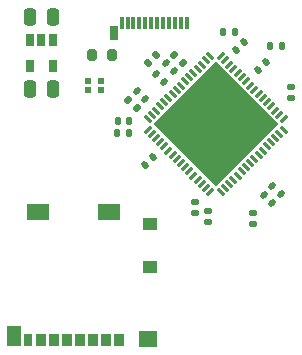
<source format=gtp>
%TF.GenerationSoftware,KiCad,Pcbnew,8.0.7-1.fc41*%
%TF.CreationDate,2025-01-19T14:43:59-06:00*%
%TF.ProjectId,Expansion_Card,45787061-6e73-4696-9f6e-5f436172642e,X1*%
%TF.SameCoordinates,Original*%
%TF.FileFunction,Paste,Top*%
%TF.FilePolarity,Positive*%
%FSLAX46Y46*%
G04 Gerber Fmt 4.6, Leading zero omitted, Abs format (unit mm)*
G04 Created by KiCad (PCBNEW 8.0.7-1.fc41) date 2025-01-19 14:43:59*
%MOMM*%
%LPD*%
G01*
G04 APERTURE LIST*
G04 Aperture macros list*
%AMRoundRect*
0 Rectangle with rounded corners*
0 $1 Rounding radius*
0 $2 $3 $4 $5 $6 $7 $8 $9 X,Y pos of 4 corners*
0 Add a 4 corners polygon primitive as box body*
4,1,4,$2,$3,$4,$5,$6,$7,$8,$9,$2,$3,0*
0 Add four circle primitives for the rounded corners*
1,1,$1+$1,$2,$3*
1,1,$1+$1,$4,$5*
1,1,$1+$1,$6,$7*
1,1,$1+$1,$8,$9*
0 Add four rect primitives between the rounded corners*
20,1,$1+$1,$2,$3,$4,$5,0*
20,1,$1+$1,$4,$5,$6,$7,0*
20,1,$1+$1,$6,$7,$8,$9,0*
20,1,$1+$1,$8,$9,$2,$3,0*%
%AMRotRect*
0 Rectangle, with rotation*
0 The origin of the aperture is its center*
0 $1 length*
0 $2 width*
0 $3 Rotation angle, in degrees counterclockwise*
0 Add horizontal line*
21,1,$1,$2,0,0,$3*%
G04 Aperture macros list end*
%ADD10C,0.000000*%
%ADD11R,0.650000X1.060000*%
%ADD12RoundRect,0.250000X0.250000X0.475000X-0.250000X0.475000X-0.250000X-0.475000X0.250000X-0.475000X0*%
%ADD13RoundRect,0.200000X0.200000X0.275000X-0.200000X0.275000X-0.200000X-0.275000X0.200000X-0.275000X0*%
%ADD14R,0.380000X1.000000*%
%ADD15R,0.700000X1.150000*%
%ADD16RoundRect,0.135000X-0.226274X-0.035355X-0.035355X-0.226274X0.226274X0.035355X0.035355X0.226274X0*%
%ADD17RoundRect,0.135000X0.226274X0.035355X0.035355X0.226274X-0.226274X-0.035355X-0.035355X-0.226274X0*%
%ADD18RoundRect,0.140000X-0.170000X0.140000X-0.170000X-0.140000X0.170000X-0.140000X0.170000X0.140000X0*%
%ADD19RoundRect,0.135000X0.135000X0.185000X-0.135000X0.185000X-0.135000X-0.185000X0.135000X-0.185000X0*%
%ADD20RoundRect,0.140000X-0.219203X-0.021213X-0.021213X-0.219203X0.219203X0.021213X0.021213X0.219203X0*%
%ADD21RoundRect,0.140000X0.140000X0.170000X-0.140000X0.170000X-0.140000X-0.170000X0.140000X-0.170000X0*%
%ADD22RoundRect,0.140000X0.219203X0.021213X0.021213X0.219203X-0.219203X-0.021213X-0.021213X-0.219203X0*%
%ADD23RotRect,0.254000X0.812800X135.000000*%
%ADD24RotRect,0.254000X0.812800X45.000000*%
%ADD25RotRect,7.493000X7.493000X45.000000*%
%ADD26RoundRect,0.140000X-0.140000X-0.170000X0.140000X-0.170000X0.140000X0.170000X-0.140000X0.170000X0*%
%ADD27RoundRect,0.140000X0.170000X-0.140000X0.170000X0.140000X-0.170000X0.140000X-0.170000X-0.140000X0*%
%ADD28R,0.850000X1.100000*%
%ADD29R,0.750000X1.100000*%
%ADD30R,1.200000X1.000000*%
%ADD31R,1.550000X1.350000*%
%ADD32R,1.900000X1.350000*%
%ADD33R,1.170000X1.800000*%
%ADD34RoundRect,0.140000X0.021213X-0.219203X0.219203X-0.021213X-0.021213X0.219203X-0.219203X0.021213X0*%
%ADD35R,0.600000X0.500000*%
%ADD36RoundRect,0.140000X-0.021213X0.219203X-0.219203X0.021213X0.021213X-0.219203X0.219203X-0.021213X0*%
%ADD37RoundRect,0.135000X0.035355X-0.226274X0.226274X-0.035355X-0.035355X0.226274X-0.226274X0.035355X0*%
G04 APERTURE END LIST*
D10*
%TO.C,U2*%
G36*
X141879568Y-137600000D02*
G01*
X140961319Y-138518249D01*
X140043070Y-137600000D01*
X140961319Y-136681751D01*
X141879568Y-137600000D01*
G37*
G36*
X142939238Y-136540330D02*
G01*
X142020989Y-137458579D01*
X141102740Y-136540330D01*
X142020989Y-135622081D01*
X142939238Y-136540330D01*
G37*
G36*
X142939238Y-138659670D02*
G01*
X142020989Y-139577919D01*
X141102740Y-138659670D01*
X142020989Y-137741421D01*
X142939238Y-138659670D01*
G37*
G36*
X143998908Y-135480660D02*
G01*
X143080660Y-136398908D01*
X142162411Y-135480660D01*
X143080660Y-134562411D01*
X143998908Y-135480660D01*
G37*
G36*
X143998908Y-137600000D02*
G01*
X143080660Y-138518249D01*
X142162411Y-137600000D01*
X143080660Y-136681751D01*
X143998908Y-137600000D01*
G37*
G36*
X143998908Y-139719340D02*
G01*
X143080660Y-140637589D01*
X142162411Y-139719340D01*
X143080660Y-138801092D01*
X143998908Y-139719340D01*
G37*
G36*
X145058579Y-134420989D02*
G01*
X144140330Y-135339238D01*
X143222081Y-134420989D01*
X144140330Y-133502740D01*
X145058579Y-134420989D01*
G37*
G36*
X145058579Y-136540330D02*
G01*
X144140330Y-137458579D01*
X143222081Y-136540330D01*
X144140330Y-135622081D01*
X145058579Y-136540330D01*
G37*
G36*
X145058579Y-138659670D02*
G01*
X144140330Y-139577919D01*
X143222081Y-138659670D01*
X144140330Y-137741421D01*
X145058579Y-138659670D01*
G37*
G36*
X145058579Y-140779011D02*
G01*
X144140330Y-141697260D01*
X143222081Y-140779011D01*
X144140330Y-139860762D01*
X145058579Y-140779011D01*
G37*
G36*
X146118249Y-133361319D02*
G01*
X145200000Y-134279568D01*
X144281751Y-133361319D01*
X145200000Y-132443070D01*
X146118249Y-133361319D01*
G37*
G36*
X146118249Y-135480660D02*
G01*
X145200000Y-136398908D01*
X144281751Y-135480660D01*
X145200000Y-134562411D01*
X146118249Y-135480660D01*
G37*
G36*
X146118249Y-137600000D02*
G01*
X145200000Y-138518249D01*
X144281751Y-137600000D01*
X145200000Y-136681751D01*
X146118249Y-137600000D01*
G37*
G36*
X146118249Y-139719340D02*
G01*
X145200000Y-140637589D01*
X144281751Y-139719340D01*
X145200000Y-138801092D01*
X146118249Y-139719340D01*
G37*
G36*
X146118249Y-141838681D02*
G01*
X145200000Y-142756930D01*
X144281751Y-141838681D01*
X145200000Y-140920432D01*
X146118249Y-141838681D01*
G37*
G36*
X147177919Y-134420989D02*
G01*
X146259670Y-135339238D01*
X145341421Y-134420989D01*
X146259670Y-133502740D01*
X147177919Y-134420989D01*
G37*
G36*
X147177919Y-136540330D02*
G01*
X146259670Y-137458579D01*
X145341421Y-136540330D01*
X146259670Y-135622081D01*
X147177919Y-136540330D01*
G37*
G36*
X147177919Y-138659670D02*
G01*
X146259670Y-139577919D01*
X145341421Y-138659670D01*
X146259670Y-137741421D01*
X147177919Y-138659670D01*
G37*
G36*
X147177919Y-140779011D02*
G01*
X146259670Y-141697260D01*
X145341421Y-140779011D01*
X146259670Y-139860762D01*
X147177919Y-140779011D01*
G37*
G36*
X148237589Y-135480660D02*
G01*
X147319340Y-136398908D01*
X146401092Y-135480660D01*
X147319340Y-134562411D01*
X148237589Y-135480660D01*
G37*
G36*
X148237589Y-137600000D02*
G01*
X147319340Y-138518249D01*
X146401092Y-137600000D01*
X147319340Y-136681751D01*
X148237589Y-137600000D01*
G37*
G36*
X148237589Y-139719340D02*
G01*
X147319340Y-140637589D01*
X146401092Y-139719340D01*
X147319340Y-138801092D01*
X148237589Y-139719340D01*
G37*
G36*
X149297260Y-136540330D02*
G01*
X148379011Y-137458579D01*
X147460762Y-136540330D01*
X148379011Y-135622081D01*
X149297260Y-136540330D01*
G37*
G36*
X149297260Y-138659670D02*
G01*
X148379011Y-139577919D01*
X147460762Y-138659670D01*
X148379011Y-137741421D01*
X149297260Y-138659670D01*
G37*
G36*
X150356930Y-137600000D02*
G01*
X149438681Y-138518249D01*
X148520432Y-137600000D01*
X149438681Y-136681751D01*
X150356930Y-137600000D01*
G37*
%TD*%
D11*
%TO.C,U1*%
X131400000Y-130500000D03*
X130450000Y-130500000D03*
X129500000Y-130500000D03*
X129500000Y-132700000D03*
X131400000Y-132700000D03*
%TD*%
D12*
%TO.C,C1*%
X131400000Y-128500000D03*
X129500000Y-128500000D03*
%TD*%
D13*
%TO.C,R1*%
X136425000Y-131700000D03*
X134775000Y-131700000D03*
%TD*%
D14*
%TO.C,P1*%
X137250000Y-129040000D03*
X137750000Y-129040000D03*
X138250000Y-129040000D03*
X138750000Y-129040000D03*
X139250000Y-129040000D03*
X139750000Y-129040000D03*
X140250000Y-129040000D03*
X140750000Y-129040000D03*
X141250000Y-129040000D03*
X141750000Y-129040000D03*
X142250000Y-129040000D03*
X142750000Y-129040000D03*
D15*
X136580000Y-129880000D03*
%TD*%
D12*
%TO.C,C2*%
X131400000Y-134600000D03*
X129500000Y-134600000D03*
%TD*%
D16*
%TO.C,R5*%
X141700000Y-131700000D03*
X142421248Y-132421248D03*
%TD*%
D17*
%TO.C,R2*%
X138521248Y-136221248D03*
X137800000Y-135500000D03*
%TD*%
D18*
%TO.C,C15*%
X144600000Y-144920000D03*
X144600000Y-145880000D03*
%TD*%
D19*
%TO.C,R4*%
X146809999Y-129800000D03*
X145790001Y-129800000D03*
%TD*%
D20*
%TO.C,C7*%
X150021178Y-142821178D03*
X150700000Y-143500000D03*
%TD*%
D21*
%TO.C,C13*%
X137840000Y-138350000D03*
X136880000Y-138350000D03*
%TD*%
D22*
%TO.C,C17*%
X141699999Y-133114213D03*
X141021177Y-132435391D03*
%TD*%
D23*
%TO.C,U2*%
X139441181Y-138055518D03*
X139794734Y-138409071D03*
X140148288Y-138762625D03*
X140501840Y-139116178D03*
X140855395Y-139469732D03*
X141208948Y-139823285D03*
X141562501Y-140176838D03*
X141916055Y-140530392D03*
X142269608Y-140883945D03*
X142623162Y-141237499D03*
X142976715Y-141591052D03*
X143330268Y-141944605D03*
X143683822Y-142298160D03*
X144037375Y-142651712D03*
X144390929Y-143005266D03*
X144744482Y-143358819D03*
D24*
X145655518Y-143358819D03*
X146009071Y-143005266D03*
X146362625Y-142651712D03*
X146716178Y-142298160D03*
X147069732Y-141944605D03*
X147423285Y-141591052D03*
X147776838Y-141237499D03*
X148130392Y-140883945D03*
X148483945Y-140530392D03*
X148837499Y-140176838D03*
X149191052Y-139823285D03*
X149544605Y-139469732D03*
X149898160Y-139116178D03*
X150251712Y-138762625D03*
X150605266Y-138409071D03*
X150958819Y-138055518D03*
D23*
X150958819Y-137144482D03*
X150605266Y-136790929D03*
X150251712Y-136437375D03*
X149898160Y-136083822D03*
X149544605Y-135730268D03*
X149191052Y-135376715D03*
X148837499Y-135023162D03*
X148483945Y-134669608D03*
X148130392Y-134316055D03*
X147776838Y-133962501D03*
X147423285Y-133608948D03*
X147069732Y-133255395D03*
X146716178Y-132901840D03*
X146362625Y-132548288D03*
X146009071Y-132194734D03*
X145655518Y-131841181D03*
D24*
X144744482Y-131841181D03*
X144390929Y-132194734D03*
X144037375Y-132548288D03*
X143683822Y-132901840D03*
X143330268Y-133255395D03*
X142976715Y-133608948D03*
X142623162Y-133962501D03*
X142269608Y-134316055D03*
X141916055Y-134669608D03*
X141562501Y-135023162D03*
X141208948Y-135376715D03*
X140855395Y-135730268D03*
X140501840Y-136083822D03*
X140148288Y-136437375D03*
X139794734Y-136790929D03*
X139441181Y-137144482D03*
D25*
X145200000Y-137600000D03*
%TD*%
D26*
%TO.C,C16*%
X149840000Y-131000000D03*
X150800000Y-131000000D03*
%TD*%
D27*
%TO.C,C9*%
X151600000Y-135380000D03*
X151600000Y-134420000D03*
%TD*%
D28*
%TO.C,J1*%
X137005001Y-155862500D03*
X135905000Y-155862500D03*
X134805001Y-155862500D03*
X133705000Y-155862500D03*
X132605000Y-155862500D03*
X131505000Y-155862500D03*
X130405000Y-155862500D03*
D29*
X129355000Y-155862500D03*
D30*
X139640000Y-149712500D03*
X139640000Y-146012500D03*
D31*
X139465000Y-155737500D03*
D32*
X136140000Y-145037500D03*
X130170000Y-145037500D03*
D33*
X128145000Y-155512500D03*
%TD*%
D22*
%TO.C,C3*%
X139239411Y-135439411D03*
X138560589Y-134760589D03*
%TD*%
D34*
%TO.C,C11*%
X146921178Y-131278822D03*
X147600000Y-130600000D03*
%TD*%
D35*
%TO.C,X1*%
X134400000Y-134700000D03*
X135500000Y-134700000D03*
X135500000Y-133900000D03*
X134400000Y-133900000D03*
%TD*%
D22*
%TO.C,C12*%
X140839411Y-134039411D03*
X140160589Y-133360589D03*
%TD*%
D18*
%TO.C,C6*%
X143500000Y-144140000D03*
X143500000Y-145100000D03*
%TD*%
D36*
%TO.C,C5*%
X139939411Y-140360589D03*
X139260589Y-141039411D03*
%TD*%
D20*
%TO.C,C8*%
X149264574Y-143577782D03*
X149943396Y-144256604D03*
%TD*%
D37*
%TO.C,R3*%
X139478752Y-132421248D03*
X140200000Y-131700000D03*
%TD*%
D34*
%TO.C,C10*%
X148760589Y-133039411D03*
X149439411Y-132360589D03*
%TD*%
D27*
%TO.C,C4*%
X148400000Y-146080000D03*
X148400000Y-145120000D03*
%TD*%
D26*
%TO.C,C14*%
X136920000Y-137280000D03*
X137880000Y-137280000D03*
%TD*%
M02*

</source>
